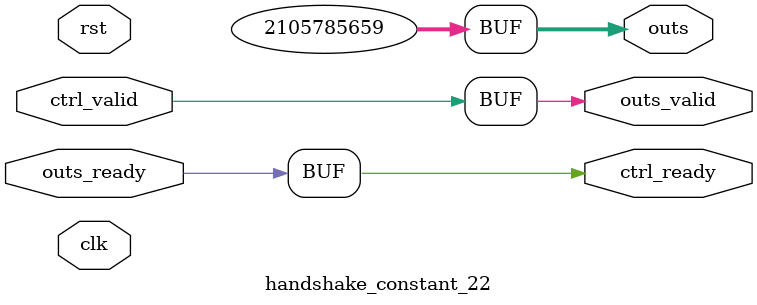
<source format=v>
`timescale 1ns / 1ps
module handshake_constant_22 #(
  parameter DATA_WIDTH = 32  // Default set to 32 bits
) (
  input                       clk,
  input                       rst,
  // Input Channel
  input                       ctrl_valid,
  output                      ctrl_ready,
  // Output Channel
  output [DATA_WIDTH - 1 : 0] outs,
  output                      outs_valid,
  input                       outs_ready
);
  assign outs       = 36'b010001111101100000111011110100111011;
  assign outs_valid = ctrl_valid;
  assign ctrl_ready = outs_ready;

endmodule

</source>
